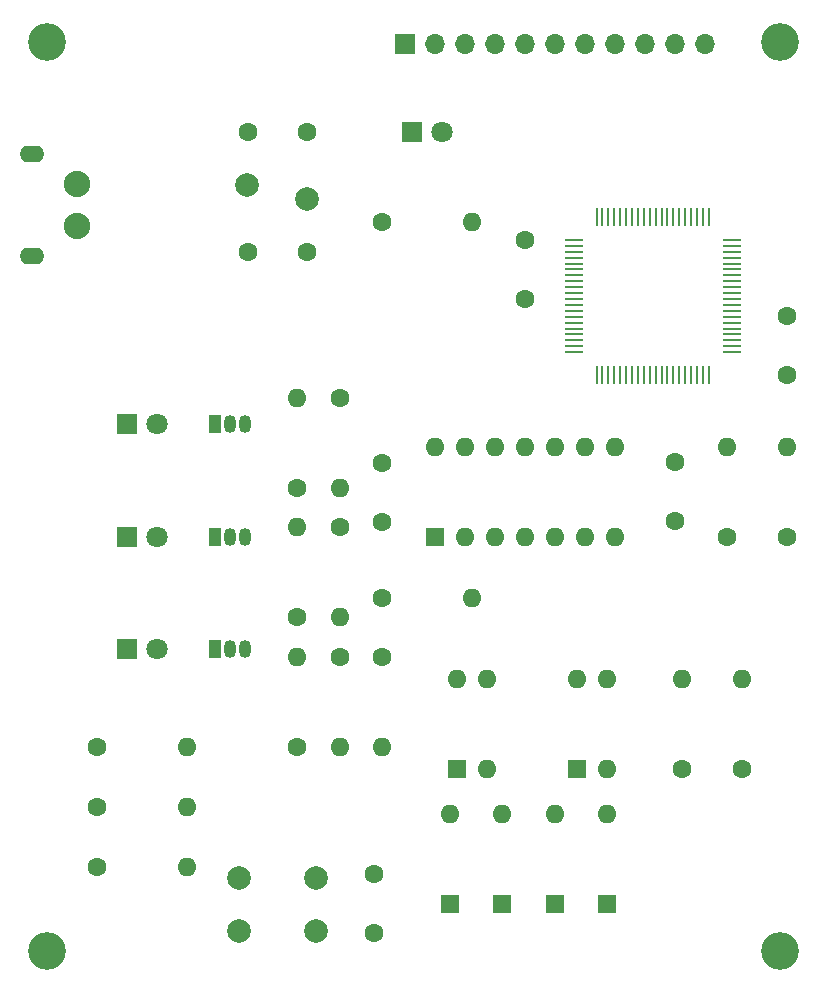
<source format=gts>
G04 #@! TF.GenerationSoftware,KiCad,Pcbnew,8.0.8*
G04 #@! TF.CreationDate,2025-01-27T20:55:36+09:00*
G04 #@! TF.ProjectId,1bit-cpu_asic,31626974-2d63-4707-955f-617369632e6b,rev?*
G04 #@! TF.SameCoordinates,Original*
G04 #@! TF.FileFunction,Soldermask,Top*
G04 #@! TF.FilePolarity,Negative*
%FSLAX46Y46*%
G04 Gerber Fmt 4.6, Leading zero omitted, Abs format (unit mm)*
G04 Created by KiCad (PCBNEW 8.0.8) date 2025-01-27 20:55:36*
%MOMM*%
%LPD*%
G01*
G04 APERTURE LIST*
G04 Aperture macros list*
%AMRoundRect*
0 Rectangle with rounded corners*
0 $1 Rounding radius*
0 $2 $3 $4 $5 $6 $7 $8 $9 X,Y pos of 4 corners*
0 Add a 4 corners polygon primitive as box body*
4,1,4,$2,$3,$4,$5,$6,$7,$8,$9,$2,$3,0*
0 Add four circle primitives for the rounded corners*
1,1,$1+$1,$2,$3*
1,1,$1+$1,$4,$5*
1,1,$1+$1,$6,$7*
1,1,$1+$1,$8,$9*
0 Add four rect primitives between the rounded corners*
20,1,$1+$1,$2,$3,$4,$5,0*
20,1,$1+$1,$4,$5,$6,$7,0*
20,1,$1+$1,$6,$7,$8,$9,0*
20,1,$1+$1,$8,$9,$2,$3,0*%
G04 Aperture macros list end*
%ADD10R,1.600000X1.600000*%
%ADD11O,1.600000X1.600000*%
%ADD12R,1.800000X1.800000*%
%ADD13C,1.800000*%
%ADD14R,1.050000X1.500000*%
%ADD15O,1.050000X1.500000*%
%ADD16C,1.600000*%
%ADD17C,3.200000*%
%ADD18RoundRect,0.062500X0.062500X-0.675000X0.062500X0.675000X-0.062500X0.675000X-0.062500X-0.675000X0*%
%ADD19RoundRect,0.062500X0.675000X-0.062500X0.675000X0.062500X-0.675000X0.062500X-0.675000X-0.062500X0*%
%ADD20C,2.000000*%
%ADD21C,2.240000*%
%ADD22O,2.100000X1.400000*%
%ADD23C,2.010000*%
%ADD24R,1.700000X1.700000*%
%ADD25O,1.700000X1.700000*%
G04 APERTURE END LIST*
D10*
G04 #@! TO.C,U1*
X142240000Y-104140000D03*
D11*
X144780000Y-104140000D03*
X147320000Y-104140000D03*
X149860000Y-104140000D03*
X152400000Y-104140000D03*
X154940000Y-104140000D03*
X157480000Y-104140000D03*
X157480000Y-96520000D03*
X154940000Y-96520000D03*
X152400000Y-96520000D03*
X149860000Y-96520000D03*
X147320000Y-96520000D03*
X144780000Y-96520000D03*
X142240000Y-96520000D03*
G04 #@! TD*
D12*
G04 #@! TO.C,LED3*
X116200000Y-113665000D03*
D13*
X118740000Y-113665000D03*
G04 #@! TD*
D14*
G04 #@! TO.C,Q3*
X123650000Y-113600000D03*
D15*
X124920000Y-113600000D03*
X126190000Y-113600000D03*
G04 #@! TD*
D16*
G04 #@! TO.C,R4*
X167010000Y-104150000D03*
D11*
X167010000Y-96530000D03*
G04 #@! TD*
D16*
G04 #@! TO.C,C7*
X126445000Y-80010000D03*
X131445000Y-80010000D03*
G04 #@! TD*
G04 #@! TO.C,R15*
X134200000Y-114300000D03*
D11*
X134200000Y-121920000D03*
G04 #@! TD*
D14*
G04 #@! TO.C,Q1*
X123650000Y-94600000D03*
D15*
X124920000Y-94600000D03*
X126190000Y-94600000D03*
G04 #@! TD*
D17*
G04 #@! TO.C,H2*
X171440000Y-62240000D03*
G04 #@! TD*
D18*
G04 #@! TO.C,U4*
X155937500Y-90437500D03*
X156437500Y-90437500D03*
X156937500Y-90437500D03*
X157437500Y-90437500D03*
X157937500Y-90437500D03*
X158437500Y-90437500D03*
X158937500Y-90437500D03*
X159437500Y-90437500D03*
X159937500Y-90437500D03*
X160437500Y-90437500D03*
X160937500Y-90437500D03*
X161437500Y-90437500D03*
X161937500Y-90437500D03*
X162437500Y-90437500D03*
X162937500Y-90437500D03*
X163437500Y-90437500D03*
X163937500Y-90437500D03*
X164437500Y-90437500D03*
X164937500Y-90437500D03*
X165437500Y-90437500D03*
D19*
X167375000Y-88500000D03*
X167375000Y-88000000D03*
X167375000Y-87500000D03*
X167375000Y-87000000D03*
X167375000Y-86500000D03*
X167375000Y-86000000D03*
X167375000Y-85500000D03*
X167375000Y-85000000D03*
X167375000Y-84500000D03*
X167375000Y-84000000D03*
X167375000Y-83500000D03*
X167375000Y-83000000D03*
X167375000Y-82500000D03*
X167375000Y-82000000D03*
X167375000Y-81500000D03*
X167375000Y-81000000D03*
X167375000Y-80500000D03*
X167375000Y-80000000D03*
X167375000Y-79500000D03*
X167375000Y-79000000D03*
D18*
X165437500Y-77062500D03*
X164937500Y-77062500D03*
X164437500Y-77062500D03*
X163937500Y-77062500D03*
X163437500Y-77062500D03*
X162937500Y-77062500D03*
X162437500Y-77062500D03*
X161937500Y-77062500D03*
X161437500Y-77062500D03*
X160937500Y-77062500D03*
X160437500Y-77062500D03*
X159937500Y-77062500D03*
X159437500Y-77062500D03*
X158937500Y-77062500D03*
X158437500Y-77062500D03*
X157937500Y-77062500D03*
X157437500Y-77062500D03*
X156937500Y-77062500D03*
X156437500Y-77062500D03*
X155937500Y-77062500D03*
D19*
X154000000Y-79000000D03*
X154000000Y-79500000D03*
X154000000Y-80000000D03*
X154000000Y-80500000D03*
X154000000Y-81000000D03*
X154000000Y-81500000D03*
X154000000Y-82000000D03*
X154000000Y-82500000D03*
X154000000Y-83000000D03*
X154000000Y-83500000D03*
X154000000Y-84000000D03*
X154000000Y-84500000D03*
X154000000Y-85000000D03*
X154000000Y-85500000D03*
X154000000Y-86000000D03*
X154000000Y-86500000D03*
X154000000Y-87000000D03*
X154000000Y-87500000D03*
X154000000Y-88000000D03*
X154000000Y-88500000D03*
G04 #@! TD*
D10*
G04 #@! TO.C,D3*
X152400000Y-135255000D03*
D11*
X152400000Y-127635000D03*
G04 #@! TD*
D12*
G04 #@! TO.C,LED4*
X140330000Y-69850000D03*
D13*
X142870000Y-69850000D03*
G04 #@! TD*
D16*
G04 #@! TO.C,C5*
X172100000Y-85450000D03*
X172100000Y-90450000D03*
G04 #@! TD*
G04 #@! TO.C,R3*
X172090000Y-104150000D03*
D11*
X172090000Y-96530000D03*
G04 #@! TD*
D10*
G04 #@! TO.C,D4*
X156845000Y-135255000D03*
D11*
X156845000Y-127635000D03*
G04 #@! TD*
D12*
G04 #@! TO.C,LED1*
X116205000Y-94615000D03*
D13*
X118745000Y-94615000D03*
G04 #@! TD*
D16*
G04 #@! TO.C,R9*
X163195000Y-123825000D03*
D11*
X163195000Y-116205000D03*
G04 #@! TD*
D16*
G04 #@! TO.C,R8*
X113665000Y-132080000D03*
D11*
X121285000Y-132080000D03*
G04 #@! TD*
D10*
G04 #@! TO.C,SW1*
X144140000Y-123782500D03*
D11*
X146680000Y-123782500D03*
X146680000Y-116162500D03*
X144140000Y-116162500D03*
G04 #@! TD*
D17*
G04 #@! TO.C,H1*
X109440000Y-62240000D03*
G04 #@! TD*
D10*
G04 #@! TO.C,SW2*
X154300000Y-123782500D03*
D11*
X156840000Y-123782500D03*
X156840000Y-116162500D03*
X154300000Y-116162500D03*
G04 #@! TD*
D10*
G04 #@! TO.C,D2*
X147955000Y-135255000D03*
D11*
X147955000Y-127635000D03*
G04 #@! TD*
D16*
G04 #@! TO.C,R1*
X137800000Y-114300000D03*
D11*
X137800000Y-121920000D03*
G04 #@! TD*
D12*
G04 #@! TO.C,LED2*
X116200000Y-104140000D03*
D13*
X118740000Y-104140000D03*
G04 #@! TD*
D16*
G04 #@! TO.C,C4*
X137795000Y-102870000D03*
X137795000Y-97870000D03*
G04 #@! TD*
G04 #@! TO.C,R5*
X137800000Y-109300000D03*
D11*
X145420000Y-109300000D03*
G04 #@! TD*
D16*
G04 #@! TO.C,R7*
X113665000Y-127000000D03*
D11*
X121285000Y-127000000D03*
G04 #@! TD*
D20*
G04 #@! TO.C,SW3*
X125655000Y-133005000D03*
X132155000Y-133005000D03*
X125655000Y-137505000D03*
X132155000Y-137505000D03*
G04 #@! TD*
D21*
G04 #@! TO.C,J1*
X111940000Y-74295000D03*
X111940000Y-77851000D03*
D22*
X108130000Y-71755000D03*
X108130000Y-80391000D03*
G04 #@! TD*
D14*
G04 #@! TO.C,Q2*
X123650000Y-104150000D03*
D15*
X124920000Y-104150000D03*
X126190000Y-104150000D03*
G04 #@! TD*
D16*
G04 #@! TO.C,R16*
X130550000Y-121920000D03*
D11*
X130550000Y-114300000D03*
G04 #@! TD*
D16*
G04 #@! TO.C,R12*
X130600000Y-100000000D03*
D11*
X130600000Y-92380000D03*
G04 #@! TD*
D17*
G04 #@! TO.C,H4*
X109440000Y-139240000D03*
G04 #@! TD*
D16*
G04 #@! TO.C,C2*
X162565000Y-102840000D03*
X162565000Y-97840000D03*
G04 #@! TD*
G04 #@! TO.C,R14*
X130600000Y-110920000D03*
D11*
X130600000Y-103300000D03*
G04 #@! TD*
D16*
G04 #@! TO.C,C1*
X137100000Y-137700000D03*
X137100000Y-132700000D03*
G04 #@! TD*
D23*
G04 #@! TO.C,F1*
X126355000Y-74330000D03*
X131455000Y-75530000D03*
G04 #@! TD*
D16*
G04 #@! TO.C,C3*
X126405000Y-69850000D03*
X131405000Y-69850000D03*
G04 #@! TD*
G04 #@! TO.C,C6*
X149850000Y-84000000D03*
X149850000Y-79000000D03*
G04 #@! TD*
D10*
G04 #@! TO.C,D1*
X143510000Y-135255000D03*
D11*
X143510000Y-127635000D03*
G04 #@! TD*
D24*
G04 #@! TO.C,J2*
X139700000Y-62400000D03*
D25*
X142240000Y-62400000D03*
X144780000Y-62400000D03*
X147320000Y-62400000D03*
X149860000Y-62400000D03*
X152400000Y-62400000D03*
X154940000Y-62400000D03*
X157480000Y-62400000D03*
X160020000Y-62400000D03*
X162560000Y-62400000D03*
X165100000Y-62400000D03*
G04 #@! TD*
D16*
G04 #@! TO.C,R10*
X168275000Y-123825000D03*
D11*
X168275000Y-116205000D03*
G04 #@! TD*
D16*
G04 #@! TO.C,R2*
X137790000Y-77470000D03*
D11*
X145410000Y-77470000D03*
G04 #@! TD*
D16*
G04 #@! TO.C,R11*
X134200000Y-92380000D03*
D11*
X134200000Y-100000000D03*
G04 #@! TD*
D16*
G04 #@! TO.C,R6*
X113665000Y-121920000D03*
D11*
X121285000Y-121920000D03*
G04 #@! TD*
D17*
G04 #@! TO.C,H3*
X171440000Y-139240000D03*
G04 #@! TD*
D16*
G04 #@! TO.C,R13*
X134200000Y-103300000D03*
D11*
X134200000Y-110920000D03*
G04 #@! TD*
M02*

</source>
